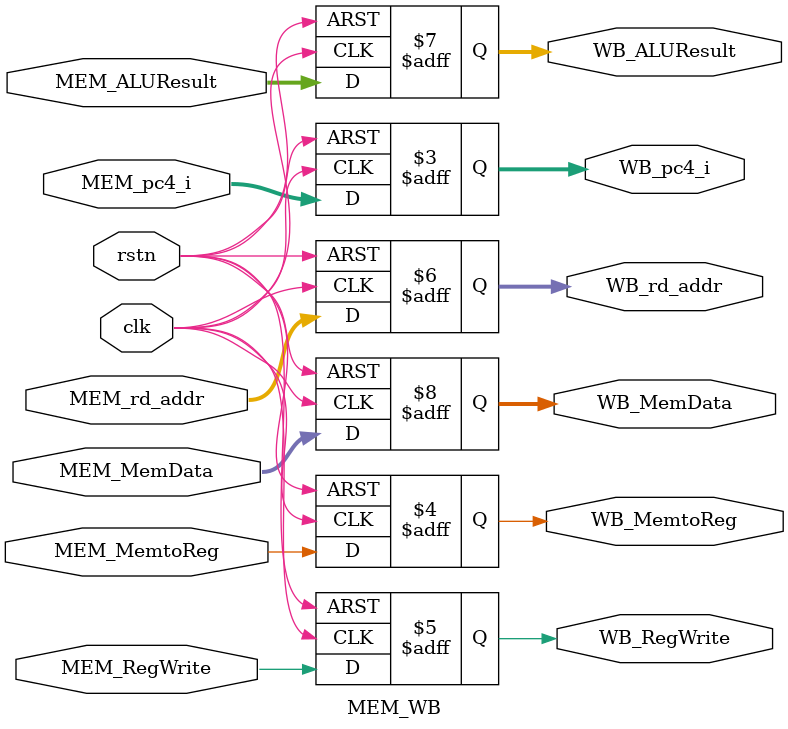
<source format=v>
`timescale 1ns / 1ps


module MEM_WB(
    // Inputs
    input clk, rstn,
    input [31:0] MEM_pc4_i,
    input        MEM_MemtoReg,
    input        MEM_RegWrite,
    // input        MEM_ioWrite,

    input [4:0]  MEM_rd_addr,
    input [31:0] MEM_ALUResult,
    input [31:0] MEM_MemData,

    // Outputs
    output reg [31:0] WB_pc4_i,
    output reg        WB_MemtoReg,
    output reg        WB_RegWrite,
    // output reg        WB_ioWrite,

    output reg [4:0]  WB_rd_addr,
    output reg [31:0] WB_ALUResult,
    output reg [31:0] WB_MemData
    );
//-------------------------------------------------------------
// Includes
//-------------------------------------------------------------
`include "../../Header_Files/riscv_defs.v"
always @(posedge clk, negedge rstn) begin
    if(~rstn) begin
        WB_pc4_i        = 0;
        WB_MemtoReg     = 0;
        WB_RegWrite     = 0;

        WB_rd_addr      = 0;
        WB_ALUResult    = 0;
        WB_MemData      = 0;
    end
    else begin
        WB_pc4_i        <= MEM_pc4_i;
        WB_MemtoReg     <= MEM_MemtoReg;
        WB_RegWrite     <= MEM_RegWrite;
        // WB_ioWrite      <= MEM_ioWrite;
        
        WB_rd_addr      <= MEM_rd_addr;
        WB_ALUResult    <= MEM_ALUResult;
        WB_MemData      <= MEM_MemData;
    end
end
endmodule

</source>
